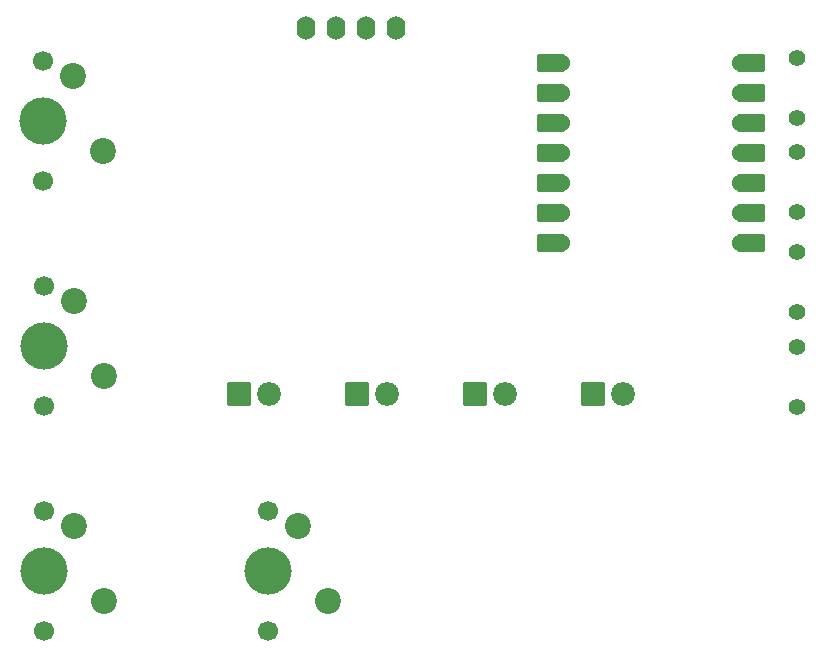
<source format=gbr>
%TF.GenerationSoftware,KiCad,Pcbnew,9.0.3*%
%TF.CreationDate,2025-07-31T16:39:18+03:00*%
%TF.ProjectId,BinaryCounter,42696e61-7279-4436-9f75-6e7465722e6b,V0.1*%
%TF.SameCoordinates,Original*%
%TF.FileFunction,Soldermask,Top*%
%TF.FilePolarity,Negative*%
%FSLAX46Y46*%
G04 Gerber Fmt 4.6, Leading zero omitted, Abs format (unit mm)*
G04 Created by KiCad (PCBNEW 9.0.3) date 2025-07-31 16:39:18*
%MOMM*%
%LPD*%
G01*
G04 APERTURE LIST*
G04 Aperture macros list*
%AMRoundRect*
0 Rectangle with rounded corners*
0 $1 Rounding radius*
0 $2 $3 $4 $5 $6 $7 $8 $9 X,Y pos of 4 corners*
0 Add a 4 corners polygon primitive as box body*
4,1,4,$2,$3,$4,$5,$6,$7,$8,$9,$2,$3,0*
0 Add four circle primitives for the rounded corners*
1,1,$1+$1,$2,$3*
1,1,$1+$1,$4,$5*
1,1,$1+$1,$6,$7*
1,1,$1+$1,$8,$9*
0 Add four rect primitives between the rounded corners*
20,1,$1+$1,$2,$3,$4,$5,0*
20,1,$1+$1,$4,$5,$6,$7,0*
20,1,$1+$1,$6,$7,$8,$9,0*
20,1,$1+$1,$8,$9,$2,$3,0*%
G04 Aperture macros list end*
%ADD10RoundRect,0.152400X1.063600X0.609600X-1.063600X0.609600X-1.063600X-0.609600X1.063600X-0.609600X0*%
%ADD11C,1.524000*%
%ADD12RoundRect,0.152400X-1.063600X-0.609600X1.063600X-0.609600X1.063600X0.609600X-1.063600X0.609600X0*%
%ADD13RoundRect,0.102000X-0.907500X-0.907500X0.907500X-0.907500X0.907500X0.907500X-0.907500X0.907500X0*%
%ADD14C,2.019000*%
%ADD15O,1.600000X2.000000*%
%ADD16C,1.400000*%
%ADD17C,1.700000*%
%ADD18C,4.000000*%
%ADD19C,2.200000*%
G04 APERTURE END LIST*
D10*
%TO.C,U1*%
X117407641Y-44742641D03*
D11*
X118242641Y-44742641D03*
D10*
X117407641Y-47282641D03*
D11*
X118242641Y-47282641D03*
D10*
X117407641Y-49822641D03*
D11*
X118242641Y-49822641D03*
D10*
X117407641Y-52362641D03*
D11*
X118242641Y-52362641D03*
D10*
X117407641Y-54902641D03*
D11*
X118242641Y-54902641D03*
D10*
X117407641Y-57442641D03*
D11*
X118242641Y-57442641D03*
D10*
X117407641Y-59982641D03*
D11*
X118242641Y-59982641D03*
X133482641Y-59982641D03*
D12*
X134317641Y-59982641D03*
D11*
X133482641Y-57442641D03*
D12*
X134317641Y-57442641D03*
D11*
X133482641Y-54902641D03*
D12*
X134317641Y-54902641D03*
D11*
X133482641Y-52362641D03*
D12*
X134317641Y-52362641D03*
D11*
X133482641Y-49822641D03*
D12*
X134317641Y-49822641D03*
D11*
X133482641Y-47282641D03*
D12*
X134317641Y-47282641D03*
D11*
X133482641Y-44742641D03*
D12*
X134317641Y-44742641D03*
%TD*%
D13*
%TO.C,D4*%
X120972641Y-72742641D03*
D14*
X123512641Y-72742641D03*
%TD*%
D13*
%TO.C,D3*%
X110972641Y-72742641D03*
D14*
X113512641Y-72742641D03*
%TD*%
D13*
%TO.C,D2*%
X100972641Y-72742641D03*
D14*
X103512641Y-72742641D03*
%TD*%
D13*
%TO.C,D1*%
X90972641Y-72742641D03*
D14*
X93512641Y-72742641D03*
%TD*%
D15*
%TO.C,Brd1*%
X104242641Y-41742641D03*
X101702641Y-41742641D03*
X96622641Y-41742641D03*
X99162641Y-41742641D03*
%TD*%
D16*
%TO.C,R1*%
X138242641Y-73822641D03*
X138242641Y-68742641D03*
%TD*%
D17*
%TO.C,SW2*%
X74436633Y-63655582D03*
D18*
X74436633Y-68735582D03*
D17*
X74436633Y-73815582D03*
D19*
X79516633Y-71275582D03*
X76976633Y-64925582D03*
%TD*%
D16*
%TO.C,R3*%
X138242641Y-57362641D03*
X138242641Y-52282641D03*
%TD*%
%TO.C,R4*%
X138242641Y-49381861D03*
X138242641Y-44301861D03*
%TD*%
D17*
%TO.C,SW4*%
X93471910Y-82693709D03*
D18*
X93471910Y-87773709D03*
D17*
X93471910Y-92853709D03*
D19*
X98551910Y-90313709D03*
X96011910Y-83963709D03*
%TD*%
D16*
%TO.C,R2*%
X138242641Y-65841861D03*
X138242641Y-60761861D03*
%TD*%
D17*
%TO.C,SW1*%
X74407808Y-44566611D03*
D18*
X74407808Y-49646611D03*
D17*
X74407808Y-54726611D03*
D19*
X79487808Y-52186611D03*
X76947808Y-45836611D03*
%TD*%
D17*
%TO.C,SW3*%
X74438772Y-82693709D03*
D18*
X74438772Y-87773709D03*
D17*
X74438772Y-92853709D03*
D19*
X79518772Y-90313709D03*
X76978772Y-83963709D03*
%TD*%
M02*

</source>
